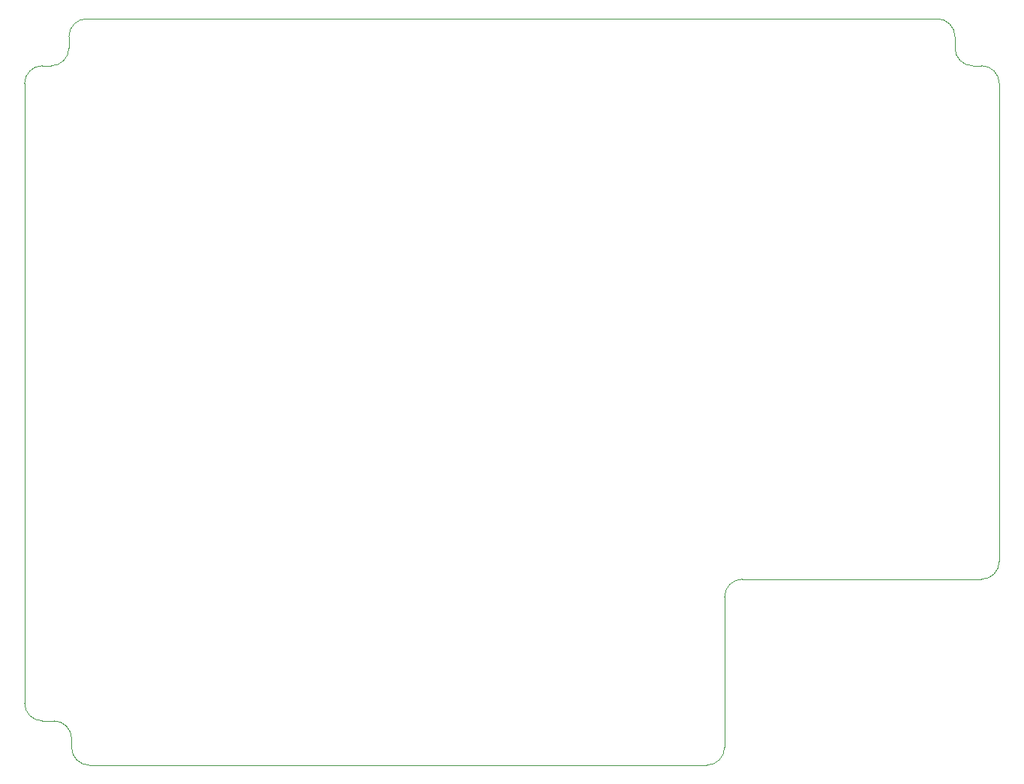
<source format=gbr>
G04 #@! TF.GenerationSoftware,KiCad,Pcbnew,(5.1.10)-1*
G04 #@! TF.CreationDate,2023-12-11T13:30:18-03:30*
G04 #@! TF.ProjectId,tight-distortion,74696768-742d-4646-9973-746f7274696f,rev?*
G04 #@! TF.SameCoordinates,Original*
G04 #@! TF.FileFunction,Profile,NP*
%FSLAX46Y46*%
G04 Gerber Fmt 4.6, Leading zero omitted, Abs format (unit mm)*
G04 Created by KiCad (PCBNEW (5.1.10)-1) date 2023-12-11 13:30:18*
%MOMM*%
%LPD*%
G01*
G04 APERTURE LIST*
G04 #@! TA.AperFunction,Profile*
%ADD10C,0.050000*%
G04 #@! TD*
G04 APERTURE END LIST*
D10*
X-49700000Y-38000000D02*
X-49700000Y-39000000D01*
X-53000000Y-36000000D02*
X-51700000Y-36000000D01*
X-47700000Y-41000000D02*
G75*
G02*
X-49700000Y-39000000I0J2000000D01*
G01*
X-53000000Y-36000000D02*
G75*
G02*
X-55000000Y-34000000I0J2000000D01*
G01*
X-51700000Y-36000000D02*
G75*
G02*
X-49700000Y-38000000I0J-2000000D01*
G01*
X-47700000Y-41000000D02*
X22000000Y-41000000D01*
X-55000000Y36000000D02*
G75*
G02*
X-53000000Y38000000I2000000J0D01*
G01*
X-50000000Y40000000D02*
G75*
G02*
X-52000000Y38000000I-2000000J0D01*
G01*
X-50000000Y41300000D02*
G75*
G02*
X-48000000Y43300000I2000000J0D01*
G01*
X48000000Y43300000D02*
G75*
G02*
X50000000Y41300000I0J-2000000D01*
G01*
X52000000Y38000000D02*
G75*
G02*
X50000000Y40000000I0J2000000D01*
G01*
X53000000Y38000000D02*
G75*
G02*
X55000000Y36000000I0J-2000000D01*
G01*
X55000000Y-18000000D02*
G75*
G02*
X53000000Y-20000000I-2000000J0D01*
G01*
X24000000Y-22000000D02*
G75*
G02*
X26000000Y-20000000I2000000J0D01*
G01*
X24000000Y-39000000D02*
G75*
G02*
X22000000Y-41000000I-2000000J0D01*
G01*
X48000000Y43300000D02*
X-48000000Y43300000D01*
X50000000Y40000000D02*
X50000000Y41300000D01*
X53000000Y38000000D02*
X52000000Y38000000D01*
X55000000Y-18000000D02*
X55000000Y36000000D01*
X26000000Y-20000000D02*
X53000000Y-20000000D01*
X24000000Y-39000000D02*
X24000000Y-22000000D01*
X-55000000Y36000000D02*
X-55000000Y-34000000D01*
X-52000000Y38000000D02*
X-53000000Y38000000D01*
X-50000000Y41300000D02*
X-50000000Y40000000D01*
M02*

</source>
